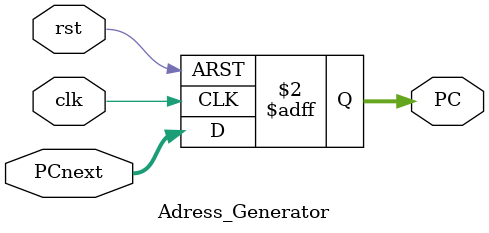
<source format=v>
module Adress_Generator (
     input rst,clk,input[31:0]PCnext,
    output reg [31:0] PC
);
    always @(posedge clk, posedge rst) begin
        if (rst)
            PC <= 32'd0;
        else
            PC <= PCnext;    
    end 
endmodule
</source>
